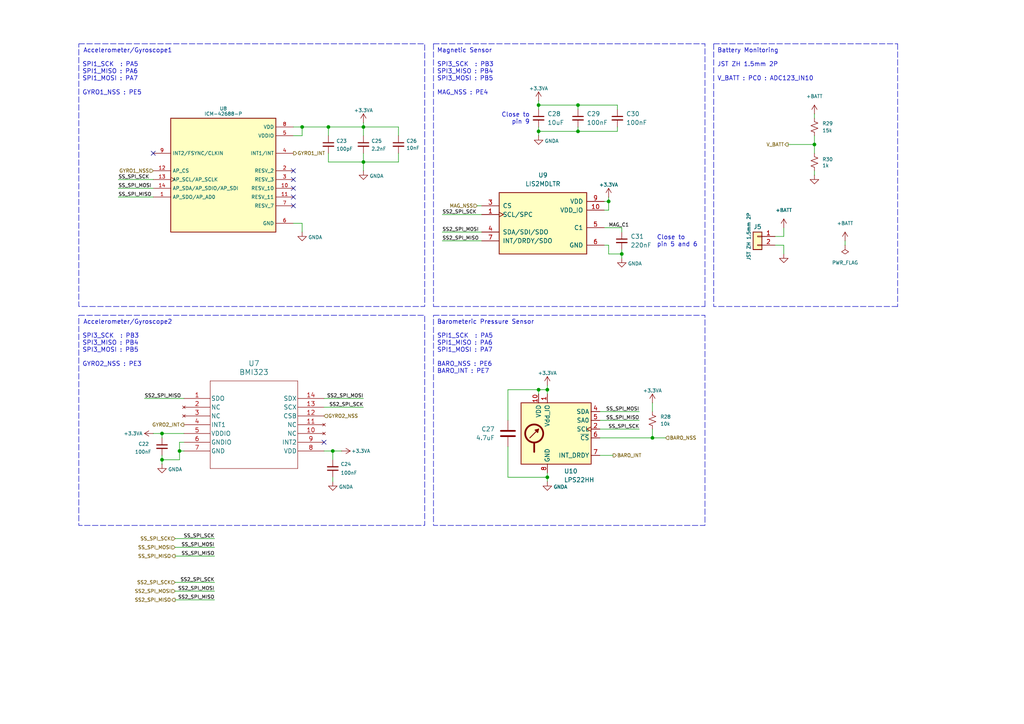
<source format=kicad_sch>
(kicad_sch (version 20250114) (generator "eeschema") (generator_version "9.0")
  (paper "A4")
  (title_block (title "Sensors") (date "2025-04-13") (rev "A") (company "NARAE") (comment 1 "INHA Univ. Areo-modelling Club") (comment 2 "2024 Winter UAV Project ") (comment 3 "Reversion 2"))
  (lib_symbols
    (symbol "+BATT_3" (power) (pin_numbers (hide yes)) (pin_names (offset 0) (hide yes))
      (property "Value" "+BATT" (at 0 3.556 0))
      (symbol "+BATT_3_0_1"
        (polyline (pts (xy -0.762 1.27) (xy 0 2.54)))
        (polyline (pts (xy 0 2.54) (xy 0.762 1.27)))
        (polyline (pts (xy 0 0) (xy 0 2.54)))
      )
      (symbol "+BATT_3_1_1"
        (pin power_in line (at 0 0 90) (length 0) (name "~") (number "1"))
      )
    )
    (symbol "BMI323:BMI323" (pin_names (offset 0.254))
      (property "Reference" "U6" (at 20.32 10.16 0))
      (property "Value" "BMI323" (at 20.32 7.62 0))
      (symbol "BMI323_0_1"
        (polyline (pts (xy 7.62 5.08) (xy 7.62 -20.32)) (stroke (width 0.127)))
        (polyline (pts (xy 7.62 -20.32) (xy 33.02 -20.32)) (stroke (width 0.127)))
        (polyline (pts (xy 33.02 5.08) (xy 7.62 5.08)) (stroke (width 0.127)))
        (polyline (pts (xy 33.02 -20.32) (xy 33.02 5.08)) (stroke (width 0.127)))
        (pin bidirectional line (at 0 0 0) (length 7.62) (name "SDO") (number "1"))
        (pin no_connect line (at 0 -2.54 0) (length 7.62) (name "NC") (number "2"))
        (pin no_connect line (at 0 -5.08 0) (length 7.62) (name "NC") (number "3"))
        (pin bidirectional line (at 0 -7.62 0) (length 7.62) (name "INT1") (number "4"))
        (pin power_in line (at 0 -10.16 0) (length 7.62) (name "VDDIO") (number "5"))
        (pin power_in line (at 0 -12.7 0) (length 7.62) (name "GNDIO") (number "6"))
        (pin bidirectional line (at 40.64 0 180) (length 7.62) (name "SDX") (number "14"))
        (pin input line (at 40.64 -2.54 180) (length 7.62) (name "SCX") (number "13"))
        (pin input line (at 40.64 -5.08 180) (length 7.62) (name "CSB") (number "12"))
        (pin no_connect line (at 40.64 -7.62 180) (length 7.62) (name "NC") (number "11"))
        (pin no_connect line (at 40.64 -10.16 180) (length 7.62) (name "NC") (number "10"))
        (pin bidirectional line (at 40.64 -12.7 180) (length 7.62) (name "INT2") (number "9"))
        (pin power_in line (at 40.64 -15.24 180) (length 7.62) (name "VDD") (number "8"))
      )
      (symbol "BMI323_1_1"
        (pin power_in line (at 0 -15.24 0) (length 7.62) (name "GND") (number "7"))
      )
    )
    (symbol "Connector_Generic:Conn_01x02" (pin_names (offset 1.016) (hide yes))
      (property "Reference" "J" (at 0 2.54 0))
      (property "Value" "Conn_01x02" (at 0 -5.08 0))
      (symbol "Conn_01x02_1_1"
        (rectangle (start -1.27 1.27) (end 1.27 -3.81) (stroke (width 0.254)) (fill (type background)))
        (rectangle (start -1.27 0.127) (end 0 -0.127) (stroke (width 0.1524)))
        (rectangle (start -1.27 -2.413) (end 0 -2.667) (stroke (width 0.1524)))
        (pin passive line (at -5.08 0 0) (length 3.81) (name "Pin_1") (number "1"))
        (pin passive line (at -5.08 -2.54 0) (length 3.81) (name "Pin_2") (number "2"))
      )
    )
    (symbol "Device:C" (pin_numbers (hide yes)) (pin_names (offset 0.254))
      (property "Reference" "C" (at 0.635 2.54 0))
      (property "Value" "C" (at 0.635 -2.54 0))
      (symbol "C_0_1"
        (polyline (pts (xy -2.032 0.762) (xy 2.032 0.762)) (stroke (width 0.508)))
        (polyline (pts (xy -2.032 -0.762) (xy 2.032 -0.762)) (stroke (width 0.508)))
      )
      (symbol "C_1_1"
        (pin passive line (at 0 3.81 270) (length 2.794) (name "~") (number "1"))
        (pin passive line (at 0 -3.81 90) (length 2.794) (name "~") (number "2"))
      )
    )
    (symbol "Device:C_Small" (pin_numbers (hide yes)) (pin_names (offset 0.254) (hide yes))
      (property "Reference" "C" (at 0.254 1.778 0))
      (property "Value" "C_Small" (at 0.254 -2.032 0))
      (symbol "C_Small_0_1"
        (polyline (pts (xy -1.524 0.508) (xy 1.524 0.508)) (stroke (width 0.3048)))
        (polyline (pts (xy -1.524 -0.508) (xy 1.524 -0.508)) (stroke (width 0.3302)))
      )
      (symbol "C_Small_1_1"
        (pin passive line (at 0 2.54 270) (length 2.032) (name "~") (number "1"))
        (pin passive line (at 0 -2.54 90) (length 2.032) (name "~") (number "2"))
      )
    )
    (symbol "Device:R_Small_US" (pin_numbers (hide yes)) (pin_names (offset 0.254) (hide yes))
      (property "Reference" "R" (at 0.762 0.508 0))
      (property "Value" "R_Small_US" (at 0.762 -1.016 0))
      (symbol "R_Small_US_1_1"
        (polyline (pts (xy 0 1.524) (xy 1.016 1.143) (xy 0 0.762) (xy -1.016 0.381) (xy 0 0)))
        (polyline (pts (xy 0 0) (xy 1.016 -0.381) (xy 0 -0.762) (xy -1.016 -1.143) (xy 0 -1.524)))
        (pin passive line (at 0 2.54 270) (length 1.016) (name "~") (number "1"))
        (pin passive line (at 0 -2.54 90) (length 1.016) (name "~") (number "2"))
      )
    )
    (symbol "ICM-42688-P:ICM-42688-P_COMPACT"
      (property "Reference" "U" (at -0.254 18.542 0))
      (symbol "ICM-42688-P_COMPACT_0_0"
        (rectangle (start -15.24 16.51) (end 15.24 -16.51) (stroke (width 0.254)) (fill (type background)))
        (pin bidirectional line (at -20.32 6.35 0) (length 5.08) (name "INT2/FSYNC/CLKIN") (number "9"))
        (pin input line (at -20.32 1.27 0) (length 5.08) (name "AP_CS") (number "12"))
        (pin input clock (at -20.32 -1.27 0) (length 5.08) (name "AP_SCL/AP_SCLK") (number "13"))
        (pin bidirectional line (at -20.32 -3.81 0) (length 5.08) (name "AP_SDA/AP_SDIO/AP_SDI") (number "14"))
        (pin bidirectional line (at -20.32 -6.35 0) (length 5.08) (name "AP_SDO/AP_AD0") (number "1"))
        (pin power_in line (at 20.32 13.97 180) (length 5.08) (name "VDD") (number "8"))
        (pin power_in line (at 20.32 11.43 180) (length 5.08) (name "VDDIO") (number "5"))
        (pin output line (at 20.32 6.35 180) (length 5.08) (name "INT1/INT") (number "4"))
        (pin passive line (at 20.32 1.27 180) (length 5.08) (name "RESV_2") (number "2"))
        (pin passive line (at 20.32 -1.27 180) (length 5.08) (name "RESV_3") (number "3"))
        (pin passive line (at 20.32 -3.81 180) (length 5.08) (name "RESV_10") (number "10"))
        (pin passive line (at 20.32 -6.35 180) (length 5.08) (name "RESV_11") (number "11"))
        (pin passive line (at 20.32 -8.89 180) (length 5.08) (name "RESV_7") (number "7"))
        (pin power_in line (at 20.32 -13.97 180) (length 5.08) (name "GND") (number "6"))
      )
    )
    (symbol "LIS2MDLTR:LIS2MDLTR" (pin_names (offset 1.016))
      (property "Reference" "U5" (at 0 13.97 0))
      (property "Value" "LIS2MDLTR" (at 0 11.43 0))
      (symbol "LIS2MDLTR_0_0"
        (rectangle (start -12.7 8.89) (end 12.7 -8.89) (stroke (width 0.254)) (fill (type background)))
        (pin input line (at -17.78 5.08 0) (length 5.08) (name "CS") (number "3"))
        (pin input clock (at -17.78 2.54 0) (length 5.08) (name "SCL/SPC") (number "1"))
        (pin bidirectional line (at -17.78 -2.54 0) (length 5.08) (name "SDA/SDI/SDO") (number "4"))
        (pin bidirectional line (at -17.78 -5.08 0) (length 5.08) (name "INT/DRDY/SDO") (number "7"))
        (pin no_connect line (at -2.54 -13.97 90) (length 5.08) (hide yes) (name "NC1") (number "2"))
        (pin no_connect line (at 0 -13.97 90) (length 5.08) (hide yes) (name "NC2") (number "11"))
        (pin no_connect line (at 2.54 -13.97 90) (length 5.08) (hide yes) (name "NC3") (number "12"))
        (pin power_in line (at 17.78 6.35 180) (length 5.08) (name "VDD") (number "9"))
        (pin power_in line (at 17.78 3.81 180) (length 5.08) (name "VDD_IO") (number "10"))
        (pin passive line (at 17.78 -1.27 180) (length 5.08) (name "C1") (number "5"))
        (pin power_in line (at 17.78 -6.35 180) (length 5.08) (name "GND") (number "6"))
        (pin power_in line (at 17.78 -6.35 180) (length 5.08) (hide yes) (name "GND") (number "8"))
      )
    )
    (symbol "Sensor_Pressure:LPS22HH"
      (property "Reference" "U" (at -11.43 1.27 0))
      (property "Value" "LPS22HH" (at -11.43 -1.27 0))
      (symbol "LPS22HH_0_1"
        (rectangle (start -10.16 10.16) (end 10.16 -7.62) (stroke (width 0.254)) (fill (type background)))
        (polyline (pts (xy -7.62 0) (xy -5.08 2.54)) (stroke (width 0.254)))
        (circle (center -6.35 1.27) (radius 2.6162) (stroke (width 0.508)))
        (polyline (pts (xy -6.35 -1.524) (xy -6.35 -4.064)) (stroke (width 0.508)))
        (polyline (pts (xy -5.08 2.54) (xy -5.334 1.524) (xy -6.096 2.286) (xy -5.08 2.54)) (stroke (width 0.254)) (fill (type outline)))
      )
      (symbol "LPS22HH_1_1"
        (pin power_in line (at -5.08 12.7 270) (length 2.54) (name "VDD") (number "10"))
        (pin power_in line (at -2.54 12.7 270) (length 2.54) (name "Vdd_IO") (number "1"))
        (pin passive line (at -2.54 -10.16 90) (length 2.54) (hide yes) (name "GND") (number "3"))
        (pin power_in line (at -2.54 -10.16 90) (length 2.54) (name "GND") (number "8"))
        (pin passive line (at -2.54 -10.16 90) (length 2.54) (hide yes) (name "GND") (number "9"))
        (pin bidirectional line (at 12.7 7.62 180) (length 2.54) (name "SDA") (number "4"))
        (pin input line (at 12.7 5.08 180) (length 2.54) (name "SA0") (number "5"))
        (pin input clock (at 12.7 2.54 180) (length 2.54) (name "SCL") (number "2"))
        (pin input line (at 12.7 0 180) (length 2.54) (name "~{CS}") (number "6"))
        (pin output line (at 12.7 -5.08 180) (length 2.54) (name "INT_DRDY") (number "7"))
      )
    )
    (symbol "power:+3.3VA" (power) (pin_numbers (hide yes)) (pin_names (offset 0) (hide yes))
      (property "Value" "+3.3VA" (at 0 3.556 0))
      (symbol "+3.3VA_0_1"
        (polyline (pts (xy -0.762 1.27) (xy 0 2.54)))
        (polyline (pts (xy 0 2.54) (xy 0.762 1.27)))
        (polyline (pts (xy 0 0) (xy 0 2.54)))
      )
      (symbol "+3.3VA_1_1"
        (pin power_in line (at 0 0 90) (length 0) (name "~") (number "1"))
      )
    )
    (symbol "power:+BATT" (power) (pin_numbers (hide yes)) (pin_names (offset 0) (hide yes))
      (property "Value" "+BATT" (at 0 3.556 0))
      (symbol "+BATT_0_1"
        (polyline (pts (xy -0.762 1.27) (xy 0 2.54)))
        (polyline (pts (xy 0 2.54) (xy 0.762 1.27)))
        (polyline (pts (xy 0 0) (xy 0 2.54)))
      )
      (symbol "+BATT_1_1"
        (pin power_in line (at 0 0 90) (length 0) (name "~") (number "1"))
      )
    )
    (symbol "power:GND" (power) (pin_numbers (hide yes)) (pin_names (offset 0) (hide yes))
      (property "Value" "GND" (at 0 -3.81 0))
      (symbol "GND_0_1"
        (polyline (pts (xy 0 0) (xy 0 -1.27) (xy 1.27 -1.27) (xy 0 -2.54) (xy -1.27 -1.27) (xy 0 -1.27)))
      )
      (symbol "GND_1_1"
        (pin power_in line (at 0 0 270) (length 0) (name "~") (number "1"))
      )
    )
    (symbol "power:GNDA" (power) (pin_numbers (hide yes)) (pin_names (offset 0) (hide yes))
      (property "Value" "GNDA" (at 0 -3.81 0))
      (symbol "GNDA_0_1"
        (polyline (pts (xy 0 0) (xy 0 -1.27) (xy 1.27 -1.27) (xy 0 -2.54) (xy -1.27 -1.27) (xy 0 -1.27)))
      )
      (symbol "GNDA_1_1"
        (pin power_in line (at 0 0 270) (length 0) (name "~") (number "1"))
      )
    )
    (symbol "power:PWR_FLAG" (power) (pin_numbers (hide yes)) (pin_names (offset 0) (hide yes))
      (property "Value" "PWR_FLAG" (at 0 3.81 0))
      (symbol "PWR_FLAG_0_0"
        (pin power_out line (at 0 0 90) (length 0) (name "~") (number "1"))
      )
      (symbol "PWR_FLAG_0_1"
        (polyline (pts (xy 0 0) (xy 0 1.27) (xy -1.016 1.905) (xy 0 2.54) (xy 1.016 1.905) (xy 0 1.27)))
      )
    )
  )
  (rectangle (start 125.73 91.44) (end 204.47 152.4) (stroke (width 0) (type dash)))
  (rectangle (start 22.86 12.7) (end 123.19 88.9) (stroke (width 0) (type dash)))
  (rectangle (start 22.86 91.44) (end 123.19 152.4) (stroke (width 0) (type dash)))
  (text "Close to\npin 9" (at 153.67 36.195 0) (effects (font (size 1.27 1.27)) (justify right bottom)))
  (text "Magnetic Sensor" (at 126.746 15.494 0) (effects (font (size 1.27 1.27)) (justify left bottom)))
  (text "Barometeric Pressure Sensor" (at 126.746 94.234 0) (effects (font (size 1.27 1.27)) (justify left bottom)))
  (text "Battery Monitoring" (at 208.026 15.494 0) (effects (font (size 1.27 1.27)) (justify left bottom)))
  (text "Accelerometer/Gyroscope1" (at 24.13 15.494 0) (effects (font (size 1.27 1.27)) (justify left bottom)))
  (text "SPI3_SCK  : PB3\nSPI3_MISO : PB4\nSPI3_MOSI : PB5\n\nGYRO2_NSS : PE3" (at 23.876 96.774 0) (effects (font (size 1.27 1.27)) (justify left top)))
  (text "SPI1_SCK  : PA5\nSPI1_MISO : PA6\nSPI1_MOSI : PA7\n\nBARO_NSS : PE6\nBARO_INT : PE7" (at 126.746 96.774 0) (effects (font (size 1.27 1.27)) (justify left top)))
  (text "JST ZH 1.5mm 2P\n\nV_BATT : PC0 : ADC123_IN10" (at 208.026 18.034 0) (effects (font (size 1.27 1.27)) (justify left top)))
  (text "SPI1_SCK  : PA5\nSPI1_MISO : PA6\nSPI1_MOSI : PA7\n\nGYRO1_NSS : PE5" (at 23.876 18.034 0) (effects (font (size 1.27 1.27)) (justify left top)))
  (text "Accelerometer/Gyroscope2" (at 24.13 94.234 0) (effects (font (size 1.27 1.27)) (justify left bottom)))
  (text "Close to\npin 5 and 6" (at 190.5 71.755 0) (effects (font (size 1.27 1.27)) (justify left bottom)))
  (text "SPI3_SCK  : PB3\nSPI3_MISO : PB4\nSPI3_MOSI : PB5\n\nMAG_NSS : PE4" (at 126.746 18.034 0) (effects (font (size 1.27 1.27)) (justify left top)))
  (junction (at 46.99 125.73))
  (junction (at 158.75 138.43))
  (junction (at 176.53 58.42))
  (junction (at 156.21 113.03))
  (junction (at 96.52 130.81))
  (junction (at 105.41 36.83))
  (junction (at 180.34 73.66))
  (junction (at 158.75 113.03))
  (junction (at 236.22 41.91))
  (junction (at 105.41 46.99))
  (junction (at 87.63 36.83))
  (junction (at 189.23 127))
  (junction (at 167.64 38.1))
  (junction (at 46.99 133.35))
  (junction (at 156.21 38.1))
  (junction (at 167.64 30.48))
  (junction (at 52.07 130.81))
  (junction (at 156.21 30.48))
  (junction (at 95.25 36.83))
  (no_connect (at 85.09 54.61))
  (no_connect (at 93.98 128.27))
  (no_connect (at 85.09 52.07))
  (no_connect (at 85.09 59.69))
  (no_connect (at 44.45 44.45))
  (no_connect (at 85.09 49.53))
  (no_connect (at 85.09 57.15))
  (wire (pts (xy 85.09 64.77) (xy 87.63 64.77)))
  (wire (pts (xy 179.07 36.83) (xy 179.07 38.1)))
  (wire (pts (xy 50.8 158.75) (xy 62.23 158.75)))
  (wire (pts (xy 52.07 130.81) (xy 52.07 133.35)))
  (wire (pts (xy 236.22 49.53) (xy 236.22 50.8)))
  (wire (pts (xy 147.32 138.43) (xy 158.75 138.43)))
  (polyline (pts (xy 260.35 12.7) (xy 260.35 88.9)) (stroke (width 0) (type dash)))
  (wire (pts (xy 105.41 44.45) (xy 105.41 46.99)))
  (wire (pts (xy 189.23 127) (xy 193.04 127)))
  (polyline (pts (xy 125.73 88.9) (xy 204.47 88.9)) (stroke (width 0) (type dash)))
  (wire (pts (xy 95.25 44.45) (xy 95.25 46.99)))
  (wire (pts (xy 175.26 60.96) (xy 176.53 60.96)))
  (polyline (pts (xy 125.73 12.7) (xy 125.73 88.9)) (stroke (width 0) (type dash)))
  (wire (pts (xy 105.41 36.83) (xy 105.41 39.37)))
  (wire (pts (xy 176.53 58.42) (xy 176.53 60.96)))
  (wire (pts (xy 236.22 41.91) (xy 236.22 44.45)))
  (wire (pts (xy 245.11 69.85) (xy 245.11 71.12)))
  (wire (pts (xy 173.99 119.38) (xy 185.42 119.38)))
  (wire (pts (xy 128.27 67.31) (xy 139.7 67.31)))
  (wire (pts (xy 158.75 111.76) (xy 158.75 113.03)))
  (wire (pts (xy 158.75 113.03) (xy 158.75 114.3)))
  (wire (pts (xy 179.07 31.75) (xy 179.07 30.48)))
  (wire (pts (xy 34.29 57.15) (xy 44.45 57.15)))
  (wire (pts (xy 147.32 129.54) (xy 147.32 138.43)))
  (wire (pts (xy 95.25 36.83) (xy 95.25 39.37)))
  (wire (pts (xy 236.22 41.91) (xy 228.6 41.91)))
  (wire (pts (xy 175.26 71.12) (xy 176.53 71.12)))
  (wire (pts (xy 167.64 38.1) (xy 156.21 38.1)))
  (wire (pts (xy 52.07 130.81) (xy 53.34 130.81)))
  (wire (pts (xy 50.8 161.29) (xy 62.23 161.29)))
  (wire (pts (xy 41.91 115.57) (xy 53.34 115.57)))
  (wire (pts (xy 156.21 113.03) (xy 158.75 113.03)))
  (wire (pts (xy 227.33 66.04) (xy 227.33 68.58)))
  (wire (pts (xy 173.99 127) (xy 189.23 127)))
  (wire (pts (xy 85.09 36.83) (xy 87.63 36.83)))
  (wire (pts (xy 95.25 46.99) (xy 105.41 46.99)))
  (wire (pts (xy 176.53 71.12) (xy 176.53 73.66)))
  (wire (pts (xy 227.33 71.12) (xy 227.33 73.66)))
  (wire (pts (xy 95.25 36.83) (xy 105.41 36.83)))
  (wire (pts (xy 93.98 118.11) (xy 105.41 118.11)))
  (polyline (pts (xy 207.01 12.7) (xy 260.35 12.7)) (stroke (width 0) (type dash)))
  (wire (pts (xy 96.52 130.81) (xy 96.52 133.35)))
  (wire (pts (xy 53.34 128.27) (xy 52.07 128.27)))
  (wire (pts (xy 236.22 39.37) (xy 236.22 41.91)))
  (wire (pts (xy 180.34 66.04) (xy 180.34 67.31)))
  (wire (pts (xy 87.63 36.83) (xy 87.63 39.37)))
  (wire (pts (xy 50.8 156.21) (xy 62.23 156.21)))
  (wire (pts (xy 115.57 46.99) (xy 115.57 44.45)))
  (wire (pts (xy 185.42 121.92) (xy 173.99 121.92)))
  (wire (pts (xy 50.8 168.91) (xy 62.23 168.91)))
  (wire (pts (xy 158.75 137.16) (xy 158.75 138.43)))
  (polyline (pts (xy 207.01 12.7) (xy 207.01 88.9)) (stroke (width 0) (type dash)))
  (wire (pts (xy 138.43 59.69) (xy 139.7 59.69)))
  (wire (pts (xy 173.99 132.08) (xy 177.8 132.08)))
  (wire (pts (xy 156.21 30.48) (xy 156.21 31.75)))
  (polyline (pts (xy 204.47 88.9) (xy 204.47 12.7)) (stroke (width 0) (type dash)))
  (wire (pts (xy 46.99 132.08) (xy 46.99 133.35)))
  (wire (pts (xy 52.07 128.27) (xy 52.07 130.81)))
  (wire (pts (xy 46.99 133.35) (xy 46.99 134.62)))
  (wire (pts (xy 167.64 38.1) (xy 179.07 38.1)))
  (wire (pts (xy 185.42 124.46) (xy 173.99 124.46)))
  (wire (pts (xy 93.98 115.57) (xy 105.41 115.57)))
  (wire (pts (xy 34.29 52.07) (xy 44.45 52.07)))
  (wire (pts (xy 158.75 138.43) (xy 158.75 139.7)))
  (wire (pts (xy 189.23 116.84) (xy 189.23 119.38)))
  (wire (pts (xy 85.09 39.37) (xy 87.63 39.37)))
  (wire (pts (xy 128.27 69.85) (xy 139.7 69.85)))
  (wire (pts (xy 175.26 58.42) (xy 176.53 58.42)))
  (wire (pts (xy 180.34 73.66) (xy 180.34 74.93)))
  (wire (pts (xy 93.98 130.81) (xy 96.52 130.81)))
  (wire (pts (xy 105.41 35.56) (xy 105.41 36.83)))
  (wire (pts (xy 156.21 38.1) (xy 156.21 39.37)))
  (wire (pts (xy 156.21 113.03) (xy 147.32 113.03)))
  (polyline (pts (xy 125.73 12.7) (xy 204.47 12.7)) (stroke (width 0) (type dash)))
  (wire (pts (xy 156.21 29.21) (xy 156.21 30.48)))
  (wire (pts (xy 128.27 62.23) (xy 139.7 62.23)))
  (wire (pts (xy 46.99 125.73) (xy 46.99 127)))
  (wire (pts (xy 50.8 171.45) (xy 62.23 171.45)))
  (wire (pts (xy 176.53 57.15) (xy 176.53 58.42)))
  (wire (pts (xy 156.21 30.48) (xy 167.64 30.48)))
  (wire (pts (xy 167.64 30.48) (xy 167.64 31.75)))
  (wire (pts (xy 176.53 73.66) (xy 180.34 73.66)))
  (wire (pts (xy 105.41 46.99) (xy 105.41 49.53)))
  (wire (pts (xy 236.22 33.02) (xy 236.22 34.29)))
  (wire (pts (xy 167.64 30.48) (xy 179.07 30.48)))
  (wire (pts (xy 156.21 36.83) (xy 156.21 38.1)))
  (wire (pts (xy 105.41 46.99) (xy 115.57 46.99)))
  (wire (pts (xy 224.79 71.12) (xy 227.33 71.12)))
  (polyline (pts (xy 260.35 88.9) (xy 207.01 88.9)) (stroke (width 0) (type dash)))
  (wire (pts (xy 46.99 133.35) (xy 52.07 133.35)))
  (wire (pts (xy 105.41 36.83) (xy 115.57 36.83)))
  (wire (pts (xy 115.57 36.83) (xy 115.57 39.37)))
  (wire (pts (xy 87.63 64.77) (xy 87.63 67.31)))
  (wire (pts (xy 156.21 114.3) (xy 156.21 113.03)))
  (wire (pts (xy 34.29 54.61) (xy 44.45 54.61)))
  (wire (pts (xy 167.64 36.83) (xy 167.64 38.1)))
  (wire (pts (xy 224.79 68.58) (xy 227.33 68.58)))
  (wire (pts (xy 175.26 66.04) (xy 180.34 66.04)))
  (wire (pts (xy 87.63 36.83) (xy 95.25 36.83)))
  (wire (pts (xy 46.99 125.73) (xy 53.34 125.73)))
  (wire (pts (xy 180.34 72.39) (xy 180.34 73.66)))
  (wire (pts (xy 44.45 125.73) (xy 46.99 125.73)))
  (wire (pts (xy 50.8 173.99) (xy 62.23 173.99)))
  (wire (pts (xy 96.52 138.43) (xy 96.52 139.7)))
  (wire (pts (xy 96.52 130.81) (xy 99.06 130.81)))
  (wire (pts (xy 147.32 113.03) (xy 147.32 121.92)))
  (wire (pts (xy 189.23 124.46) (xy 189.23 127)))
  (label "SS2_SPI_MOSI" (at 62.23 171.45 180) (effects (font (size 1 1))))
  (label "SS_SPI_SCK" (at 62.23 156.21 180) (effects (font (size 1 1))))
  (label "SS2_SPI_MOSI" (at 105.41 115.57 180) (effects (font (size 1 1))))
  (label "SS_SPI_MOSI" (at 34.29 54.61 0) (effects (font (size 1 1))))
  (label "SS2_SPI_MOSI" (at 128.27 67.31 0) (effects (font (size 1 1))))
  (label "SS2_SPI_MISO" (at 128.27 69.85 0) (effects (font (size 1 1))))
  (label "MAG_C1" (at 176.53 66.04 0) (effects (font (size 1 1))))
  (label "SS2_SPI_SCK" (at 128.27 62.23 0) (effects (font (size 1 1))))
  (label "SS_SPI_SCK" (at 185.42 124.46 180) (effects (font (size 1 1))))
  (label "SS_SPI_MISO" (at 185.42 121.92 180) (effects (font (size 1 1))))
  (label "SS_SPI_MOSI" (at 185.42 119.38 180) (effects (font (size 1 1))))
  (label "SS2_SPI_SCK" (at 62.23 168.91 180) (effects (font (size 1 1))))
  (label "SS_SPI_SCK" (at 34.29 52.07 0) (effects (font (size 1 1))))
  (label "SS_SPI_MISO" (at 62.23 161.29 180) (effects (font (size 1 1))))
  (label "SS2_SPI_MISO" (at 62.23 173.99 180) (effects (font (size 1 1))))
  (label "SS2_SPI_MISO" (at 41.91 115.57 0) (effects (font (size 1 1))))
  (label "SS_SPI_MISO" (at 34.29 57.15 0) (effects (font (size 1 1))))
  (label "SS_SPI_MOSI" (at 62.23 158.75 180) (effects (font (size 1 1))))
  (label "SS2_SPI_SCK" (at 105.41 118.11 180) (effects (font (size 1 1))))
  (hierarchical_label "SS2_SPI_SCK" (shape input) (at 50.8 168.91 180) (effects (font (size 1 1))))
  (hierarchical_label "BARO_INT" (shape output) (at 177.8 132.08 0) (effects (font (size 1 1))))
  (hierarchical_label "GYRO2_NSS" (shape input) (at 93.98 120.65 0) (effects (font (size 1 1))))
  (hierarchical_label "GYRO1_INT" (shape output) (at 85.09 44.45 0) (effects (font (size 1 1))))
  (hierarchical_label "GYRO2_INT" (shape output) (at 53.34 123.19 180) (effects (font (size 1 1))))
  (hierarchical_label "SS_SPI_MISO" (shape output) (at 50.8 161.29 180) (effects (font (size 1 1))))
  (hierarchical_label "SS_SPI_MOSI" (shape input) (at 50.8 158.75 180) (effects (font (size 1 1))))
  (hierarchical_label "BARO_NSS" (shape input) (at 193.04 127 0) (effects (font (size 1 1))))
  (hierarchical_label "SS2_SPI_MOSI" (shape input) (at 50.8 171.45 180) (effects (font (size 1 1))))
  (hierarchical_label "V_BATT" (shape output) (at 228.6 41.91 180) (effects (font (size 1 1))))
  (hierarchical_label "MAG_NSS" (shape input) (at 138.43 59.69 180) (effects (font (size 1 1))))
  (hierarchical_label "SS_SPI_SCK" (shape input) (at 50.8 156.21 180) (effects (font (size 1 1))))
  (hierarchical_label "GYRO1_NSS" (shape input) (at 44.45 49.53 180) (effects (font (size 1 1))))
  (hierarchical_label "SS2_SPI_MISO" (shape output) (at 50.8 173.99 180) (effects (font (size 1 1))))
  (symbol (lib_id "power:+3.3VA") (at 44.45 125.73 90) (unit 1)
    (property "Reference" "#PWR063" (effects (hide yes)))
    (property "Value" "+3.3VA" (at 38.608 125.73 90) (effects (font (size 1 1))))
    (property "Description" "Power symbol creates a global label with name \"+3.3VA\"" (effects (hide yes)))
  )
  (symbol (lib_id "power:+3.3VA") (at 99.06 130.81 270) (unit 1)
    (property "Reference" "#PWR067" (effects (hide yes)))
    (property "Value" "+3.3VA" (at 104.648 130.81 90) (effects (font (size 1 1))))
    (property "Description" "Power symbol creates a global label with name \"+3.3VA\"" (effects (hide yes)))
  )
  (symbol (lib_id "Device:C_Small") (at 105.41 41.91 0) (unit 1)
    (property "Reference" "C25" (at 107.696 40.894 0) (effects (font (size 1 1)) (justify left)))
    (property "Value" "2.2nF" (at 107.696 43.18 0) (effects (font (size 1 1)) (justify left)))
    (property "Footprint" "Capacitor_SMD:C_0402_1005Metric" (effects (hide yes)))
    (property "LCSC" "C84703" (effects (hide yes)))
  )
  (symbol (lib_id "Connector_Generic:Conn_01x02") (at 219.71 68.58 0) (mirror y) (unit 1)
    (property "Reference" "J5" (at 219.71 65.786 0))
    (property "Value" "JST ZH 1.5mm 2P" (at 217.17 68.58 90) (effects (font (size 1 1))))
    (property "Footprint" "JST_ZH:JST_ZH_S2B-ZR-SM4A-TF_1x02-1MP_P1.50mm_Horizontal" (effects (hide yes)))
    (property "Description" "Generic connector, single row, 01x02, script generated (kicad-library-utils/schlib/autogen/connector/)" (effects (hide yes)))
    (property "LCSC" "C265329" (effects (hide yes)))
  )
  (symbol (lib_name "+BATT_3") (lib_id "power:+BATT") (at 245.11 69.85 0) (unit 1)
    (property "Reference" "#PWR081" (effects (hide yes)))
    (property "Value" "+BATT" (at 245.11 64.77 0) (effects (font (size 1 1))))
    (property "Description" "Power symbol creates a global label with name \"+BATT\"" (effects (hide yes)))
  )
  (symbol (lib_id "power:GND") (at 227.33 73.66 0) (unit 1)
    (property "Reference" "#PWR078" (effects (hide yes)))
    (property "Value" "GND" (effects (hide yes)))
    (property "Description" "Power symbol creates a global label with name \"GND\" , ground" (effects (hide yes)))
  )
  (symbol (lib_id "Device:C_Small") (at 46.99 129.54 0) (unit 1)
    (property "Reference" "C22" (at 40.132 128.778 0) (effects (font (size 1 1)) (justify left)))
    (property "Value" "100nF" (at 39.116 131.064 0) (effects (font (size 1 1)) (justify left)))
    (property "Footprint" "Capacitor_SMD:C_0402_1005Metric" (effects (hide yes)))
    (property "LCSC" "C1525" (effects (hide yes)))
  )
  (symbol (lib_id "power:+3.3VA") (at 176.53 57.15 0) (unit 1)
    (property "Reference" "#PWR074" (effects (hide yes)))
    (property "Value" "+3.3VA" (at 176.53 53.594 0) (effects (font (size 1 1))))
    (property "Description" "Power symbol creates a global label with name \"+3.3VA\"" (effects (hide yes)))
  )
  (symbol (lib_id "Device:R_Small_US") (at 236.22 36.83 0) (unit 1)
    (property "Reference" "R29" (at 238.506 35.814 0) (effects (font (size 1 1)) (justify left)))
    (property "Value" "15k" (at 238.506 37.846 0) (effects (font (size 1 1)) (justify left)))
    (property "Footprint" "Resistor_SMD:R_0402_1005Metric" (effects (hide yes)))
    (property "Description" "Resistor, small US symbol" (effects (hide yes)))
    (property "LCSC" "C25539" (effects (hide yes)))
  )
  (symbol (lib_id "power:+3.3VA") (at 105.41 35.56 0) (unit 1)
    (property "Reference" "#PWR068" (effects (hide yes)))
    (property "Value" "+3.3VA" (at 105.41 32.004 0) (effects (font (size 1 1))))
    (property "Description" "Power symbol creates a global label with name \"+3.3VA\"" (effects (hide yes)))
  )
  (symbol (lib_id "power:+BATT") (at 227.33 66.04 0) (unit 1)
    (property "Reference" "#PWR077" (effects (hide yes)))
    (property "Value" "+BATT" (at 227.33 60.96 0) (effects (font (size 1 1))))
    (property "Description" "Power symbol creates a global label with name \"+BATT\"" (effects (hide yes)))
  )
  (symbol (lib_id "power:PWR_FLAG") (at 245.11 71.12 180) (unit 1)
    (property "Reference" "#FLG07" (effects (hide yes)))
    (property "Value" "PWR_FLAG" (at 245.11 76.2 0) (effects (font (size 1 1))))
    (property "Description" "Special symbol for telling ERC where power comes from" (effects (hide yes)))
  )
  (symbol (lib_id "Device:C_Small") (at 115.57 41.91 0) (unit 1)
    (property "Reference" "C26" (at 117.856 40.894 0) (effects (font (size 1 1)) (justify left)))
    (property "Value" "10nF" (at 117.856 42.926 0) (effects (font (size 1 1)) (justify left)))
    (property "Footprint" "Capacitor_SMD:C_0402_1005Metric" (effects (hide yes)))
    (property "LCSC" "C15195" (effects (hide yes)))
  )
  (symbol (lib_id "Device:C_Small") (at 180.34 69.85 0) (unit 1)
    (property "Reference" "C31" (at 182.88 68.5862 0) (effects (justify left)))
    (property "Value" "220nF" (at 182.88 71.1262 0) (effects (justify left)))
    (property "Footprint" "Capacitor_SMD:C_0402_1005Metric" (effects (hide yes)))
    (property "LCSC" "C16651" (effects (hide yes)))
  )
  (symbol (lib_id "power:GND") (at 236.22 50.8 0) (unit 1)
    (property "Reference" "#PWR080" (effects (hide yes)))
    (property "Value" "GND" (effects (hide yes)))
    (property "Description" "Power symbol creates a global label with name \"GND\" , ground" (effects (hide yes)))
  )
  (symbol (lib_id "Device:C_Small") (at 95.25 41.91 0) (unit 1)
    (property "Reference" "C23" (at 97.536 40.894 0) (effects (font (size 1 1)) (justify left)))
    (property "Value" "100pF" (at 97.536 43.18 0) (effects (font (size 1 1)) (justify left)))
    (property "Footprint" "Capacitor_SMD:C_0402_1005Metric" (effects (hide yes)))
    (property "LCSC" "C152819" (effects (hide yes)))
  )
  (symbol (lib_id "power:GNDA") (at 180.34 74.93 0) (unit 1)
    (property "Reference" "#PWR075" (effects (hide yes)))
    (property "Value" "GNDA" (at 184.15 76.454 0) (effects (font (size 1 1))))
    (property "Description" "Power symbol creates a global label with name \"GNDA\" , analog ground" (effects (hide yes)))
  )
  (symbol (lib_id "power:+3.3VA") (at 189.23 116.84 0) (unit 1)
    (property "Reference" "#PWR076" (effects (hide yes)))
    (property "Value" "+3.3VA" (at 189.23 113.284 0) (effects (font (size 1 1))))
    (property "Description" "Power symbol creates a global label with name \"+3.3VA\"" (effects (hide yes)))
  )
  (symbol (lib_id "power:GNDA") (at 87.63 67.31 0) (unit 1)
    (property "Reference" "#PWR065" (effects (hide yes)))
    (property "Value" "GNDA" (at 91.44 68.834 0) (effects (font (size 1 1))))
    (property "Description" "Power symbol creates a global label with name \"GNDA\" , analog ground" (effects (hide yes)))
  )
  (symbol (lib_id "power:GNDA") (at 96.52 139.7 0) (unit 1)
    (property "Reference" "#PWR066" (effects (hide yes)))
    (property "Value" "GNDA" (at 100.33 141.224 0) (effects (font (size 1 1))))
    (property "Description" "Power symbol creates a global label with name \"GNDA\" , analog ground" (effects (hide yes)))
  )
  (symbol (lib_id "Device:C_Small") (at 96.52 135.89 180) (unit 1)
    (property "Reference" "C24" (at 98.806 134.62 0) (effects (font (size 1 1)) (justify right)))
    (property "Value" "100nF" (at 98.806 137.16 0) (effects (font (size 1 1)) (justify right)))
    (property "Footprint" "Capacitor_SMD:C_0402_1005Metric" (effects (hide yes)))
    (property "LCSC" "C1525" (effects (hide yes)))
  )
  (symbol (lib_id "Device:C") (at 147.32 125.73 0) (mirror x) (unit 1)
    (property "Reference" "C27" (at 143.51 124.46 0) (effects (justify right)))
    (property "Value" "4.7uF" (at 143.51 127 0) (effects (justify right)))
    (property "Footprint" "Capacitor_SMD:C_0402_1005Metric" (effects (hide yes)))
    (property "LCSC" "C307423" (effects (hide yes)))
  )
  (symbol (lib_id "power:+3.3VA") (at 156.21 29.21 0) (unit 1)
    (property "Reference" "#PWR070" (effects (hide yes)))
    (property "Value" "+3.3VA" (at 156.21 25.654 0) (effects (font (size 1 1))))
    (property "Description" "Power symbol creates a global label with name \"+3.3VA\"" (effects (hide yes)))
  )
  (symbol (lib_id "ICM-42688-P:ICM-42688-P_COMPACT") (at 64.77 50.8 0) (unit 1)
    (property "Reference" "U8" (at 64.77 31.496 0) (effects (font (size 1 1))))
    (property "Value" "ICM-42688-P" (at 64.77 33.02 0) (effects (font (size 1 1))))
    (property "Footprint" "ICM-42688-P:IIM42352_L" (effects (hide yes)))
    (property "LCSC" "C1850418" (effects (hide yes)))
  )
  (symbol (lib_id "Device:C_Small") (at 179.07 34.29 0) (unit 1)
    (property "Reference" "C30" (at 181.61 33.0262 0) (effects (justify left)))
    (property "Value" "100nF" (at 181.61 35.5662 0) (effects (justify left)))
    (property "Footprint" "Capacitor_SMD:C_0402_1005Metric" (effects (hide yes)))
    (property "LCSC" "C1525" (effects (hide yes)))
  )
  (symbol (lib_id "power:GNDA") (at 105.41 49.53 0) (unit 1)
    (property "Reference" "#PWR069" (effects (hide yes)))
    (property "Value" "GNDA" (at 109.22 51.054 0) (effects (font (size 1 1))))
    (property "Description" "Power symbol creates a global label with name \"GNDA\" , analog ground" (effects (hide yes)))
  )
  (symbol (lib_id "LIS2MDLTR:LIS2MDLTR") (at 157.48 64.77 0) (unit 1)
    (property "Reference" "U9" (at 157.48 50.8 0))
    (property "Value" "LIS2MDLTR" (at 157.48 53.34 0))
    (property "Footprint" "LIS2MDLTR:LIS2MDLTR" (effects (hide yes)))
    (property "MAXIMUM_PACKAGE_HEIGHT" "0.7 mm" (effects (hide yes)))
    (property "STANDARD" "IPC 7351B" (effects (hide yes)))
    (property "PARTREV" "Rev 5" (effects (hide yes)))
    (property "MANUFACTURER" "STMicroelectronics" (effects (hide yes)))
    (property "LCSC" "C919695" (effects (hide yes)))
  )
  (symbol (lib_id "power:GNDA") (at 158.75 139.7 0) (unit 1)
    (property "Reference" "#PWR073" (effects (hide yes)))
    (property "Value" "GNDA" (at 162.56 141.224 0) (effects (font (size 1 1))))
    (property "Description" "Power symbol creates a global label with name \"GNDA\" , analog ground" (effects (hide yes)))
  )
  (symbol (lib_id "Device:R_Small_US") (at 189.23 121.92 0) (unit 1)
    (property "Reference" "R28" (at 191.516 120.904 0) (effects (font (size 1 1)) (justify left)))
    (property "Value" "10k" (at 191.516 122.936 0) (effects (font (size 1 1)) (justify left)))
    (property "Footprint" "Resistor_SMD:R_0402_1005Metric" (effects (hide yes)))
    (property "Description" "Resistor, small US symbol" (effects (hide yes)))
    (property "LCSC" "C25531" (effects (hide yes)))
  )
  (symbol (lib_id "power:GNDA") (at 156.21 39.37 0) (unit 1)
    (property "Reference" "#PWR071" (effects (hide yes)))
    (property "Value" "GNDA" (at 160.02 40.894 0) (effects (font (size 1 1))))
    (property "Description" "Power symbol creates a global label with name \"GNDA\" , analog ground" (effects (hide yes)))
  )
  (symbol (lib_id "power:+BATT") (at 236.22 33.02 0) (unit 1)
    (property "Reference" "#PWR079" (effects (hide yes)))
    (property "Value" "+BATT" (at 236.22 27.94 0) (effects (font (size 1 1))))
    (property "Description" "Power symbol creates a global label with name \"+BATT\"" (effects (hide yes)))
  )
  (symbol (lib_id "Sensor_Pressure:LPS22HH") (at 161.29 127 0) (unit 1)
    (property "Reference" "U10" (at 163.576 136.652 0) (effects (justify left)))
    (property "Value" "LPS22HH" (at 163.576 139.192 0) (effects (justify left)))
    (property "Footprint" "LPS22HH:ST_HLGA-10_2x2mm_P0.5mm_LayoutBorder3x2y" (effects (hide yes)))
    (property "Datasheet" "https://www.st.com/resource/en/datasheet/lps22hh.pdf" (effects (hide yes)))
    (property "Description" "MEMS nano pressure sensor, 260-1260 hPa, absolute digital output baromeeter, 24 bit, SPI, I2C, I3C, 0.65 Pa noise rms, ST_HLGA-10L" (effects (hide yes)))
    (property "LCSC" "C2827824" (effects (hide yes)))
  )
  (symbol (lib_id "Device:C_Small") (at 156.21 34.29 0) (unit 1)
    (property "Reference" "C28" (at 158.75 33.0262 0) (effects (justify left)))
    (property "Value" "10uF" (at 158.75 35.5662 0) (effects (justify left)))
    (property "Footprint" "Capacitor_SMD:C_0402_1005Metric" (effects (hide yes)))
    (property "LCSC" "C307415" (effects (hide yes)))
  )
  (symbol (lib_id "BMI323:BMI323") (at 53.34 115.57 0) (unit 1)
    (property "Reference" "U7" (at 73.66 105.41 0) (effects (font (size 1.524 1.524))))
    (property "Value" "BMI323" (at 73.66 107.95 0) (effects (font (size 1.524 1.524))))
    (property "Footprint" "BMI323:BMI323_L" (effects (hide yes)))
    (property "Datasheet" "BMI323" (effects (hide yes)))
    (property "LCSC" "C5368700" (effects (hide yes)))
  )
  (symbol (lib_id "power:+3.3VA") (at 158.75 111.76 0) (unit 1)
    (property "Reference" "#PWR072" (effects (hide yes)))
    (property "Value" "+3.3VA" (at 158.75 108.204 0) (effects (font (size 1 1))))
    (property "Description" "Power symbol creates a global label with name \"+3.3VA\"" (effects (hide yes)))
  )
  (symbol (lib_id "Device:C_Small") (at 167.64 34.29 0) (unit 1)
    (property "Reference" "C29" (at 170.18 33.0262 0) (effects (justify left)))
    (property "Value" "100nF" (at 170.18 35.5662 0) (effects (justify left)))
    (property "Footprint" "Capacitor_SMD:C_0402_1005Metric" (effects (hide yes)))
    (property "LCSC" "C1525" (effects (hide yes)))
  )
  (symbol (lib_id "Device:R_Small_US") (at 236.22 46.99 0) (unit 1)
    (property "Reference" "R30" (at 238.506 46.228 0) (effects (font (size 1 1)) (justify left)))
    (property "Value" "1k" (at 238.506 48.006 0) (effects (font (size 1 1)) (justify left)))
    (property "Footprint" "Resistor_SMD:R_0402_1005Metric" (effects (hide yes)))
    (property "Description" "Resistor, small US symbol" (effects (hide yes)))
    (property "LCSC" "C106235" (effects (hide yes)))
  )
  (symbol (lib_id "power:GNDA") (at 46.99 134.62 0) (unit 1)
    (property "Reference" "#PWR064" (effects (hide yes)))
    (property "Value" "GNDA" (at 50.8 136.144 0) (effects (font (size 1 1))))
    (property "Description" "Power symbol creates a global label with name \"GNDA\" , analog ground" (effects (hide yes)))
  )
)
</source>
